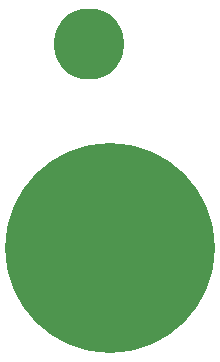
<source format=gbr>
G04 #@! TF.FileFunction,Paste,Bot*
%FSLAX46Y46*%
G04 Gerber Fmt 4.6, Leading zero omitted, Abs format (unit mm)*
G04 Created by KiCad (PCBNEW 4.0.7) date 09/19/18 15:31:54*
%MOMM*%
%LPD*%
G01*
G04 APERTURE LIST*
%ADD10C,0.100000*%
%ADD11C,17.780000*%
%ADD12O,6.000000X6.000000*%
G04 APERTURE END LIST*
D10*
D11*
X89940000Y-121070000D03*
D12*
X88110000Y-103760000D03*
M02*

</source>
